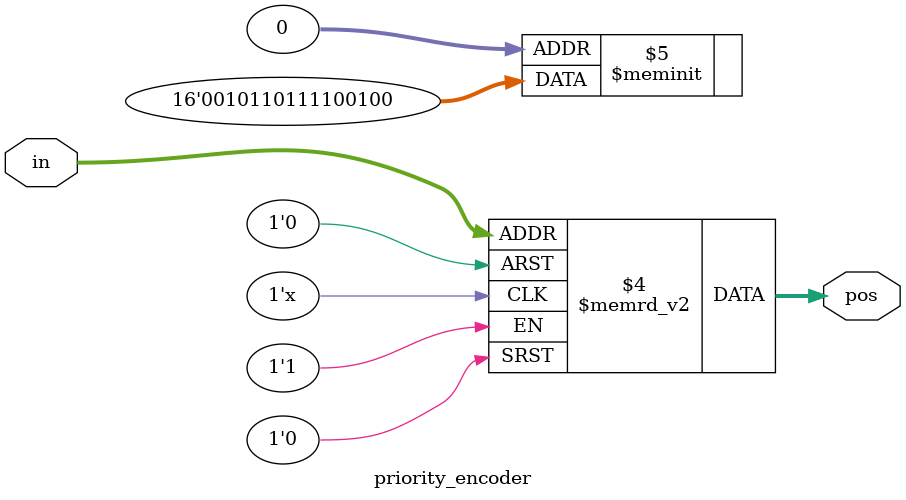
<source format=v>
module priority_encoder( 
input [2:0] in,
output reg [1:0] pos ); 
// When sel=1, assign b to out
always @ (in)
begin
	case (in)
	3'b000: pos = 2'b00;	// low priority
	3'b001: pos = 2'b01;
	3'b010: pos = 2'b10;
	3'b011: pos = 2'b11;
	3'b100: pos = 2'b01;	// highest priority
	3'b101: pos = 2'b11;
	3'b110: pos = 2'b10;
	3'b111: pos = 2'b00;
	default: pos = 2'b00;
	endcase
end
endmodule

</source>
